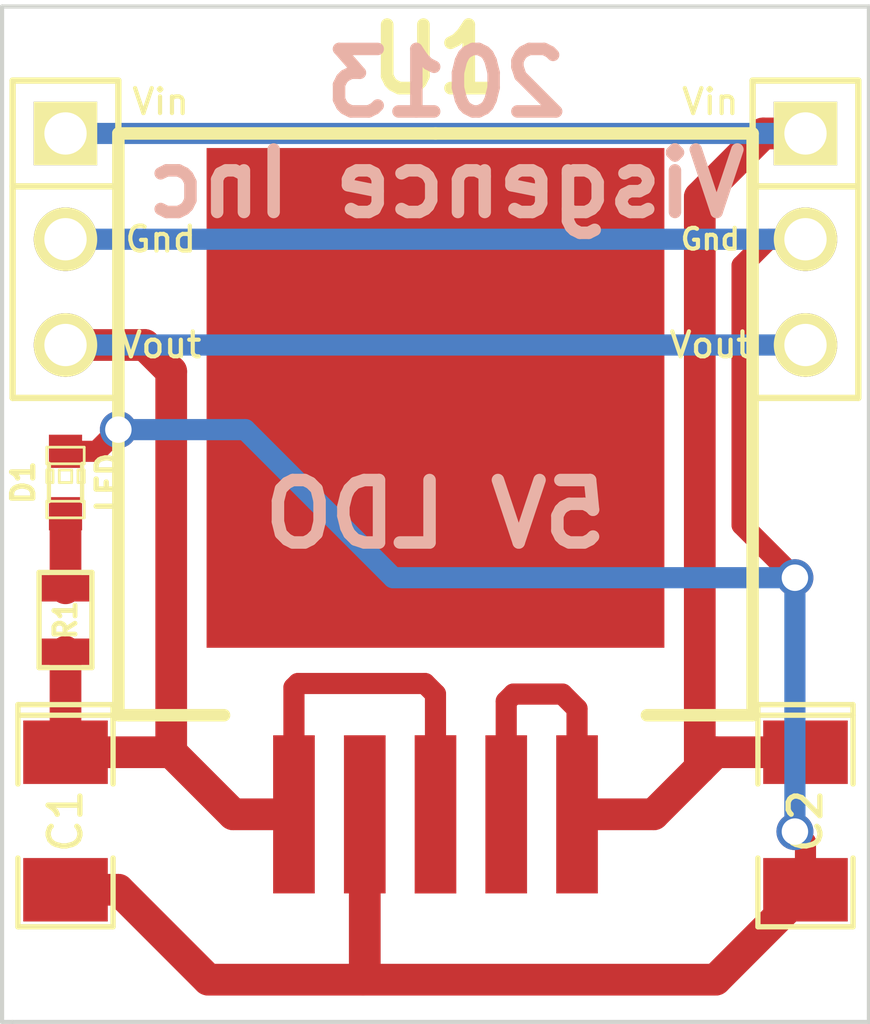
<source format=kicad_pcb>
(kicad_pcb (version 3) (host pcbnew "(2013-07-07 BZR 4022)-stable")

  (general
    (links 15)
    (no_connects 0)
    (area 41.579799 35.4076 63.9572 62.611001)
    (thickness 1.6)
    (drawings 13)
    (tracks 50)
    (zones 0)
    (modules 7)
    (nets 5)
  )

  (page A3)
  (layers
    (15 F.Cu signal)
    (0 B.Cu signal)
    (16 B.Adhes user)
    (17 F.Adhes user)
    (18 B.Paste user)
    (19 F.Paste user)
    (20 B.SilkS user)
    (21 F.SilkS user)
    (22 B.Mask user)
    (23 F.Mask user)
    (24 Dwgs.User user)
    (25 Cmts.User user)
    (26 Eco1.User user)
    (27 Eco2.User user)
    (28 Edge.Cuts user)
  )

  (setup
    (last_trace_width 0.508)
    (trace_clearance 0.254)
    (zone_clearance 0.508)
    (zone_45_only no)
    (trace_min 0.254)
    (segment_width 0.2)
    (edge_width 0.1)
    (via_size 0.889)
    (via_drill 0.635)
    (via_min_size 0.889)
    (via_min_drill 0.508)
    (uvia_size 0.508)
    (uvia_drill 0.127)
    (uvias_allowed no)
    (uvia_min_size 0.508)
    (uvia_min_drill 0.127)
    (pcb_text_width 0.1)
    (pcb_text_size 0.6 0.6)
    (mod_edge_width 0.15)
    (mod_text_size 1 1)
    (mod_text_width 0.15)
    (pad_size 11 12)
    (pad_drill 0)
    (pad_to_mask_clearance -0.0254)
    (aux_axis_origin 0 0)
    (visible_elements 7FFFFFFF)
    (pcbplotparams
      (layerselection 3178497)
      (usegerberextensions true)
      (excludeedgelayer true)
      (linewidth 0.150000)
      (plotframeref false)
      (viasonmask false)
      (mode 1)
      (useauxorigin false)
      (hpglpennumber 1)
      (hpglpenspeed 20)
      (hpglpendiameter 15)
      (hpglpenoverlay 2)
      (psnegative false)
      (psa4output false)
      (plotreference true)
      (plotvalue true)
      (plotothertext true)
      (plotinvisibletext false)
      (padsonsilk false)
      (subtractmaskfromsilk false)
      (outputformat 1)
      (mirror false)
      (drillshape 1)
      (scaleselection 1)
      (outputdirectory ""))
  )

  (net 0 "")
  (net 1 GND)
  (net 2 N-000001)
  (net 3 Vin)
  (net 4 Vout)

  (net_class Default "This is the default net class."
    (clearance 0.254)
    (trace_width 0.508)
    (via_dia 0.889)
    (via_drill 0.635)
    (uvia_dia 0.508)
    (uvia_drill 0.127)
    (add_net "")
    (add_net GND)
    (add_net N-000001)
    (add_net Vin)
    (add_net Vout)
  )

  (module TO-263-5 (layer F.Cu) (tedit 523A0856) (tstamp 5239F95F)
    (at 52.07 45.72)
    (path /5239F563)
    (fp_text reference U1 (at 0 -5.588) (layer F.SilkS)
      (effects (font (size 1.524 1.524) (thickness 0.3048)))
    )
    (fp_text value AP1186K5 (at 0 -9.144) (layer F.SilkS) hide
      (effects (font (size 1.524 1.524) (thickness 0.3048)))
    )
    (fp_line (start 0 -3.81) (end -7.62 -3.81) (layer F.SilkS) (width 0.3))
    (fp_line (start -7.62 -3.81) (end -7.62 10.16) (layer F.SilkS) (width 0.3))
    (fp_line (start -7.62 10.16) (end -5.08 10.16) (layer F.SilkS) (width 0.3))
    (fp_line (start 0 -3.81) (end 7.62 -3.81) (layer F.SilkS) (width 0.3))
    (fp_line (start 7.62 -3.81) (end 7.62 10.16) (layer F.SilkS) (width 0.3))
    (fp_line (start 7.62 10.16) (end 5.08 10.16) (layer F.SilkS) (width 0.3))
    (pad 1 smd rect (at -3.40106 12.53998 90) (size 3.7973 1.00076)
      (layers F.Cu F.Paste F.Mask)
      (net 4 Vout)
    )
    (pad 2 smd rect (at -1.69926 12.53998 90) (size 3.7973 1.00076)
      (layers F.Cu F.Paste F.Mask)
      (net 1 GND)
    )
    (pad 3 smd rect (at 0 12.53998 90) (size 3.79984 1.00076)
      (layers F.Cu F.Paste F.Mask)
      (net 4 Vout)
    )
    (pad 4 smd rect (at 1.69926 12.53998 90) (size 3.7973 1.00076)
      (layers F.Cu F.Paste F.Mask)
      (net 3 Vin)
    )
    (pad 5 smd rect (at 3.40106 12.53998 90) (size 3.7973 1.00076)
      (layers F.Cu F.Paste F.Mask)
      (net 3 Vin)
    )
    (pad 6 smd rect (at 0 2.54 180) (size 11 12)
      (layers F.Cu F.Paste F.Mask)
      (clearance 0.254)
    )
  )

  (module SM1206POL (layer F.Cu) (tedit 42806E4C) (tstamp 5239F96E)
    (at 60.96 58.42 270)
    (path /5239F598)
    (attr smd)
    (fp_text reference C2 (at 0 0 270) (layer F.SilkS)
      (effects (font (size 0.762 0.762) (thickness 0.127)))
    )
    (fp_text value CP1 (at 0 0 270) (layer F.SilkS) hide
      (effects (font (size 0.762 0.762) (thickness 0.127)))
    )
    (fp_line (start -2.54 -1.143) (end -2.794 -1.143) (layer F.SilkS) (width 0.127))
    (fp_line (start -2.794 -1.143) (end -2.794 1.143) (layer F.SilkS) (width 0.127))
    (fp_line (start -2.794 1.143) (end -2.54 1.143) (layer F.SilkS) (width 0.127))
    (fp_line (start -2.54 -1.143) (end -2.54 1.143) (layer F.SilkS) (width 0.127))
    (fp_line (start -2.54 1.143) (end -0.889 1.143) (layer F.SilkS) (width 0.127))
    (fp_line (start 0.889 -1.143) (end 2.54 -1.143) (layer F.SilkS) (width 0.127))
    (fp_line (start 2.54 -1.143) (end 2.54 1.143) (layer F.SilkS) (width 0.127))
    (fp_line (start 2.54 1.143) (end 0.889 1.143) (layer F.SilkS) (width 0.127))
    (fp_line (start -0.889 -1.143) (end -2.54 -1.143) (layer F.SilkS) (width 0.127))
    (pad 1 smd rect (at -1.651 0 270) (size 1.524 2.032)
      (layers F.Cu F.Paste F.Mask)
      (net 3 Vin)
    )
    (pad 2 smd rect (at 1.651 0 270) (size 1.524 2.032)
      (layers F.Cu F.Paste F.Mask)
      (net 1 GND)
    )
    (model smd/chip_cms_pol.wrl
      (at (xyz 0 0 0))
      (scale (xyz 0.17 0.16 0.16))
      (rotate (xyz 0 0 0))
    )
  )

  (module SM1206POL (layer F.Cu) (tedit 42806E4C) (tstamp 5239F97D)
    (at 43.18 58.42 270)
    (path /5239F618)
    (attr smd)
    (fp_text reference C1 (at 0 0 270) (layer F.SilkS)
      (effects (font (size 0.762 0.762) (thickness 0.127)))
    )
    (fp_text value CP1 (at 0 0 270) (layer F.SilkS) hide
      (effects (font (size 0.762 0.762) (thickness 0.127)))
    )
    (fp_line (start -2.54 -1.143) (end -2.794 -1.143) (layer F.SilkS) (width 0.127))
    (fp_line (start -2.794 -1.143) (end -2.794 1.143) (layer F.SilkS) (width 0.127))
    (fp_line (start -2.794 1.143) (end -2.54 1.143) (layer F.SilkS) (width 0.127))
    (fp_line (start -2.54 -1.143) (end -2.54 1.143) (layer F.SilkS) (width 0.127))
    (fp_line (start -2.54 1.143) (end -0.889 1.143) (layer F.SilkS) (width 0.127))
    (fp_line (start 0.889 -1.143) (end 2.54 -1.143) (layer F.SilkS) (width 0.127))
    (fp_line (start 2.54 -1.143) (end 2.54 1.143) (layer F.SilkS) (width 0.127))
    (fp_line (start 2.54 1.143) (end 0.889 1.143) (layer F.SilkS) (width 0.127))
    (fp_line (start -0.889 -1.143) (end -2.54 -1.143) (layer F.SilkS) (width 0.127))
    (pad 1 smd rect (at -1.651 0 270) (size 1.524 2.032)
      (layers F.Cu F.Paste F.Mask)
      (net 4 Vout)
    )
    (pad 2 smd rect (at 1.651 0 270) (size 1.524 2.032)
      (layers F.Cu F.Paste F.Mask)
      (net 1 GND)
    )
    (model smd/chip_cms_pol.wrl
      (at (xyz 0 0 0))
      (scale (xyz 0.17 0.16 0.16))
      (rotate (xyz 0 0 0))
    )
  )

  (module SM0603 (layer F.Cu) (tedit 4E43A3D1) (tstamp 5239F987)
    (at 43.18 53.594 90)
    (path /5239F674)
    (attr smd)
    (fp_text reference R1 (at 0 0 90) (layer F.SilkS)
      (effects (font (size 0.508 0.4572) (thickness 0.1143)))
    )
    (fp_text value R (at 0 0 90) (layer F.SilkS) hide
      (effects (font (size 0.508 0.4572) (thickness 0.1143)))
    )
    (fp_line (start -1.143 -0.635) (end 1.143 -0.635) (layer F.SilkS) (width 0.127))
    (fp_line (start 1.143 -0.635) (end 1.143 0.635) (layer F.SilkS) (width 0.127))
    (fp_line (start 1.143 0.635) (end -1.143 0.635) (layer F.SilkS) (width 0.127))
    (fp_line (start -1.143 0.635) (end -1.143 -0.635) (layer F.SilkS) (width 0.127))
    (pad 1 smd rect (at -0.762 0 90) (size 0.635 1.143)
      (layers F.Cu F.Paste F.Mask)
      (net 4 Vout)
    )
    (pad 2 smd rect (at 0.762 0 90) (size 0.635 1.143)
      (layers F.Cu F.Paste F.Mask)
      (net 2 N-000001)
    )
    (model smd\resistors\R0603.wrl
      (at (xyz 0 0 0.001))
      (scale (xyz 0.5 0.5 0.5))
      (rotate (xyz 0 0 0))
    )
  )

  (module PIN_ARRAY_3X1 (layer F.Cu) (tedit 523A0B8D) (tstamp 5239F993)
    (at 43.18 44.45 270)
    (descr "Connecteur 3 pins")
    (tags "CONN DEV")
    (path /5239F76F)
    (fp_text reference K1 (at 5.588 -2.54 270) (layer F.SilkS) hide
      (effects (font (size 1.016 1.016) (thickness 0.1524)))
    )
    (fp_text value CONN_3 (at 0 -2.159 270) (layer F.SilkS) hide
      (effects (font (size 1.016 1.016) (thickness 0.1524)))
    )
    (fp_line (start -3.81 1.27) (end -3.81 -1.27) (layer F.SilkS) (width 0.1524))
    (fp_line (start -3.81 -1.27) (end 3.81 -1.27) (layer F.SilkS) (width 0.1524))
    (fp_line (start 3.81 -1.27) (end 3.81 1.27) (layer F.SilkS) (width 0.1524))
    (fp_line (start 3.81 1.27) (end -3.81 1.27) (layer F.SilkS) (width 0.1524))
    (fp_line (start -1.27 -1.27) (end -1.27 1.27) (layer F.SilkS) (width 0.1524))
    (pad 1 thru_hole rect (at -2.54 0 270) (size 1.524 1.524) (drill 1.016)
      (layers *.Cu *.Mask F.SilkS)
      (net 3 Vin)
    )
    (pad 2 thru_hole circle (at 0 0 270) (size 1.524 1.524) (drill 1.016)
      (layers *.Cu *.Mask F.SilkS)
      (net 1 GND)
    )
    (pad 3 thru_hole circle (at 2.54 0 270) (size 1.524 1.524) (drill 1.016)
      (layers *.Cu *.Mask F.SilkS)
      (net 4 Vout)
    )
    (model pin_array/pins_array_3x1.wrl
      (at (xyz 0 0 0))
      (scale (xyz 1 1 1))
      (rotate (xyz 0 0 0))
    )
  )

  (module PIN_ARRAY_3X1 (layer F.Cu) (tedit 523A0B91) (tstamp 5239F99F)
    (at 60.96 44.45 270)
    (descr "Connecteur 3 pins")
    (tags "CONN DEV")
    (path /5239F77E)
    (fp_text reference K2 (at 4.826 0 270) (layer F.SilkS) hide
      (effects (font (size 1.016 1.016) (thickness 0.1524)))
    )
    (fp_text value CONN_3 (at 0 -2.159 270) (layer F.SilkS) hide
      (effects (font (size 1.016 1.016) (thickness 0.1524)))
    )
    (fp_line (start -3.81 1.27) (end -3.81 -1.27) (layer F.SilkS) (width 0.1524))
    (fp_line (start -3.81 -1.27) (end 3.81 -1.27) (layer F.SilkS) (width 0.1524))
    (fp_line (start 3.81 -1.27) (end 3.81 1.27) (layer F.SilkS) (width 0.1524))
    (fp_line (start 3.81 1.27) (end -3.81 1.27) (layer F.SilkS) (width 0.1524))
    (fp_line (start -1.27 -1.27) (end -1.27 1.27) (layer F.SilkS) (width 0.1524))
    (pad 1 thru_hole rect (at -2.54 0 270) (size 1.524 1.524) (drill 1.016)
      (layers *.Cu *.Mask F.SilkS)
      (net 3 Vin)
    )
    (pad 2 thru_hole circle (at 0 0 270) (size 1.524 1.524) (drill 1.016)
      (layers *.Cu *.Mask F.SilkS)
      (net 1 GND)
    )
    (pad 3 thru_hole circle (at 2.54 0 270) (size 1.524 1.524) (drill 1.016)
      (layers *.Cu *.Mask F.SilkS)
      (net 4 Vout)
    )
    (model pin_array/pins_array_3x1.wrl
      (at (xyz 0 0 0))
      (scale (xyz 1 1 1))
      (rotate (xyz 0 0 0))
    )
  )

  (module LED-0603 (layer F.Cu) (tedit 4E16AFB4) (tstamp 5239F9BB)
    (at 43.18 50.292 90)
    (descr "LED 0603 smd package")
    (tags "LED led 0603 SMD smd SMT smt smdled SMDLED smtled SMTLED")
    (path /5239F6D2)
    (attr smd)
    (fp_text reference D1 (at 0 -1.016 90) (layer F.SilkS)
      (effects (font (size 0.508 0.508) (thickness 0.127)))
    )
    (fp_text value LED (at 0 1.016 90) (layer F.SilkS)
      (effects (font (size 0.508 0.508) (thickness 0.127)))
    )
    (fp_line (start 0.44958 -0.44958) (end 0.44958 0.44958) (layer F.SilkS) (width 0.06604))
    (fp_line (start 0.44958 0.44958) (end 0.84836 0.44958) (layer F.SilkS) (width 0.06604))
    (fp_line (start 0.84836 -0.44958) (end 0.84836 0.44958) (layer F.SilkS) (width 0.06604))
    (fp_line (start 0.44958 -0.44958) (end 0.84836 -0.44958) (layer F.SilkS) (width 0.06604))
    (fp_line (start -0.84836 -0.44958) (end -0.84836 0.44958) (layer F.SilkS) (width 0.06604))
    (fp_line (start -0.84836 0.44958) (end -0.44958 0.44958) (layer F.SilkS) (width 0.06604))
    (fp_line (start -0.44958 -0.44958) (end -0.44958 0.44958) (layer F.SilkS) (width 0.06604))
    (fp_line (start -0.84836 -0.44958) (end -0.44958 -0.44958) (layer F.SilkS) (width 0.06604))
    (fp_line (start 0 -0.44958) (end 0 -0.29972) (layer F.SilkS) (width 0.06604))
    (fp_line (start 0 -0.29972) (end 0.29972 -0.29972) (layer F.SilkS) (width 0.06604))
    (fp_line (start 0.29972 -0.44958) (end 0.29972 -0.29972) (layer F.SilkS) (width 0.06604))
    (fp_line (start 0 -0.44958) (end 0.29972 -0.44958) (layer F.SilkS) (width 0.06604))
    (fp_line (start 0 0.29972) (end 0 0.44958) (layer F.SilkS) (width 0.06604))
    (fp_line (start 0 0.44958) (end 0.29972 0.44958) (layer F.SilkS) (width 0.06604))
    (fp_line (start 0.29972 0.29972) (end 0.29972 0.44958) (layer F.SilkS) (width 0.06604))
    (fp_line (start 0 0.29972) (end 0.29972 0.29972) (layer F.SilkS) (width 0.06604))
    (fp_line (start 0 -0.14986) (end 0 0.14986) (layer F.SilkS) (width 0.06604))
    (fp_line (start 0 0.14986) (end 0.29972 0.14986) (layer F.SilkS) (width 0.06604))
    (fp_line (start 0.29972 -0.14986) (end 0.29972 0.14986) (layer F.SilkS) (width 0.06604))
    (fp_line (start 0 -0.14986) (end 0.29972 -0.14986) (layer F.SilkS) (width 0.06604))
    (fp_line (start 0.44958 -0.39878) (end -0.44958 -0.39878) (layer F.SilkS) (width 0.1016))
    (fp_line (start 0.44958 0.39878) (end -0.44958 0.39878) (layer F.SilkS) (width 0.1016))
    (pad 1 smd rect (at -0.7493 0 90) (size 0.79756 0.79756)
      (layers F.Cu F.Paste F.Mask)
      (net 2 N-000001)
    )
    (pad 2 smd rect (at 0.7493 0 90) (size 0.79756 0.79756)
      (layers F.Cu F.Paste F.Mask)
      (net 1 GND)
    )
  )

  (gr_line (start 41.656 63.246) (end 41.656 38.862) (angle 90) (layer Edge.Cuts) (width 0.1))
  (gr_line (start 41.91 63.246) (end 41.656 63.246) (angle 90) (layer Edge.Cuts) (width 0.1))
  (gr_line (start 62.484 63.246) (end 41.91 63.246) (angle 90) (layer Edge.Cuts) (width 0.1))
  (gr_line (start 62.484 38.862) (end 62.484 63.246) (angle 90) (layer Edge.Cuts) (width 0.1))
  (gr_line (start 41.656 38.862) (end 62.484 38.862) (angle 90) (layer Edge.Cuts) (width 0.1))
  (gr_text Vout (at 45.466 46.99) (layer F.SilkS)
    (effects (font (size 0.6 0.6) (thickness 0.1)))
  )
  (gr_text Gnd (at 45.466 44.45) (layer F.SilkS)
    (effects (font (size 0.6 0.6) (thickness 0.1)))
  )
  (gr_text Vin (at 45.466 41.148) (layer F.SilkS)
    (effects (font (size 0.6 0.6) (thickness 0.1)))
  )
  (gr_text Vout (at 58.674 46.99) (layer F.SilkS)
    (effects (font (size 0.6 0.6) (thickness 0.1)))
  )
  (gr_text Gnd (at 58.674 44.45) (layer F.SilkS)
    (effects (font (size 0.5 0.5) (thickness 0.1)))
  )
  (gr_text Vin (at 58.674 41.148) (layer F.SilkS)
    (effects (font (size 0.6 0.6) (thickness 0.1)))
  )
  (gr_text "5V LDO" (at 52.07 51.054) (layer B.SilkS)
    (effects (font (size 1.5 1.5) (thickness 0.3)) (justify mirror))
  )
  (gr_text "2013\nVisgence Inc" (at 52.324 41.91) (layer B.SilkS)
    (effects (font (size 1.5 1.5) (thickness 0.3)) (justify mirror))
  )

  (segment (start 60.706 52.578) (end 51.054 52.578) (width 0.508) (layer B.Cu) (net 1))
  (segment (start 43.9293 49.5427) (end 43.18 49.5427) (width 0.508) (layer F.Cu) (net 1) (tstamp 523A0E1F))
  (segment (start 44.45 49.022) (end 43.9293 49.5427) (width 0.508) (layer F.Cu) (net 1) (tstamp 523A0E1E))
  (via (at 44.45 49.022) (size 0.889) (layers F.Cu B.Cu) (net 1))
  (segment (start 47.498 49.022) (end 44.45 49.022) (width 0.508) (layer B.Cu) (net 1) (tstamp 523A0E1B))
  (segment (start 51.054 52.578) (end 47.498 49.022) (width 0.508) (layer B.Cu) (net 1) (tstamp 523A0E19))
  (segment (start 43.18 44.45) (end 60.96 44.45) (width 0.508) (layer B.Cu) (net 1))
  (segment (start 60.96 44.45) (end 60.071002 44.45) (width 0.508) (layer F.Cu) (net 1))
  (segment (start 60.96 58.928) (end 60.96 60.071) (width 0.508) (layer F.Cu) (net 1) (tstamp 523A0E0C))
  (segment (start 60.706 58.674) (end 60.96 58.928) (width 0.508) (layer F.Cu) (net 1) (tstamp 523A0E0B))
  (via (at 60.706 58.674) (size 0.889) (layers F.Cu B.Cu) (net 1))
  (segment (start 60.706 52.578) (end 60.706 58.674) (width 0.508) (layer B.Cu) (net 1) (tstamp 523A0E08))
  (via (at 60.706 52.578) (size 0.889) (layers F.Cu B.Cu) (net 1))
  (segment (start 59.436 51.308) (end 60.706 52.578) (width 0.508) (layer F.Cu) (net 1) (tstamp 523A0E06))
  (segment (start 59.436 45.085002) (end 59.436 51.308) (width 0.508) (layer F.Cu) (net 1) (tstamp 523A0E03))
  (segment (start 60.071002 44.45) (end 59.436 45.085002) (width 0.508) (layer F.Cu) (net 1) (tstamp 523A0E02))
  (segment (start 50.37074 58.25998) (end 50.37074 62.23) (width 0.762) (layer F.Cu) (net 1))
  (segment (start 50.37074 62.23) (end 50.292 62.23) (width 0.762) (layer F.Cu) (net 1) (tstamp 523A0D86))
  (segment (start 43.18 60.071) (end 44.45 60.071) (width 0.762) (layer F.Cu) (net 1))
  (segment (start 58.801 62.23) (end 60.96 60.071) (width 0.762) (layer F.Cu) (net 1) (tstamp 523A0D83))
  (segment (start 46.609 62.23) (end 50.292 62.23) (width 0.762) (layer F.Cu) (net 1) (tstamp 523A0D82))
  (segment (start 50.292 62.23) (end 58.801 62.23) (width 0.762) (layer F.Cu) (net 1) (tstamp 523A0D89))
  (segment (start 44.45 60.071) (end 46.609 62.23) (width 0.762) (layer F.Cu) (net 1) (tstamp 523A0D81))
  (segment (start 43.18 52.832) (end 43.18 51.0413) (width 0.762) (layer F.Cu) (net 2))
  (segment (start 53.76926 58.25998) (end 53.76926 55.54726) (width 0.508) (layer F.Cu) (net 3))
  (segment (start 55.47106 55.72506) (end 55.47106 58.25998) (width 0.508) (layer F.Cu) (net 3) (tstamp 523E09AF))
  (segment (start 55.118 55.372) (end 55.47106 55.72506) (width 0.508) (layer F.Cu) (net 3) (tstamp 523E09AD))
  (segment (start 53.94452 55.372) (end 55.118 55.372) (width 0.508) (layer F.Cu) (net 3) (tstamp 523E09AC))
  (segment (start 53.76926 55.54726) (end 53.94452 55.372) (width 0.508) (layer F.Cu) (net 3) (tstamp 523E09AA))
  (segment (start 43.18 41.91) (end 60.96 41.91) (width 0.508) (layer B.Cu) (net 3))
  (segment (start 60.96 41.91) (end 59.944 41.91) (width 0.762) (layer F.Cu) (net 3))
  (segment (start 58.42 43.434) (end 58.42 57.15) (width 0.762) (layer F.Cu) (net 3) (tstamp 523A0DFA))
  (segment (start 59.944 41.91) (end 58.42 43.434) (width 0.762) (layer F.Cu) (net 3) (tstamp 523A0DF9))
  (segment (start 55.47106 58.25998) (end 57.31002 58.25998) (width 0.762) (layer F.Cu) (net 3))
  (segment (start 58.801 56.769) (end 60.96 56.769) (width 0.762) (layer F.Cu) (net 3) (tstamp 523A0D7E))
  (segment (start 57.31002 58.25998) (end 58.42 57.15) (width 0.762) (layer F.Cu) (net 3) (tstamp 523A0D7D))
  (segment (start 58.42 57.15) (end 58.801 56.769) (width 0.762) (layer F.Cu) (net 3) (tstamp 523A0DFD))
  (segment (start 48.66894 58.25998) (end 48.66894 55.21706) (width 0.508) (layer F.Cu) (net 4))
  (segment (start 52.07 55.372) (end 52.07 58.25998) (width 0.508) (layer F.Cu) (net 4) (tstamp 523A0E29))
  (segment (start 51.816 55.118) (end 52.07 55.372) (width 0.508) (layer F.Cu) (net 4) (tstamp 523A0E28))
  (segment (start 48.768 55.118) (end 51.816 55.118) (width 0.508) (layer F.Cu) (net 4) (tstamp 523A0E27))
  (segment (start 48.66894 55.21706) (end 48.768 55.118) (width 0.508) (layer F.Cu) (net 4) (tstamp 523A0E26))
  (segment (start 43.18 46.99) (end 60.96 46.99) (width 0.508) (layer B.Cu) (net 4))
  (segment (start 43.18 46.99) (end 45.085 46.99) (width 0.762) (layer F.Cu) (net 4))
  (segment (start 45.72 47.625) (end 45.72 56.769) (width 0.762) (layer F.Cu) (net 4) (tstamp 523A0DE9))
  (segment (start 45.085 46.99) (end 45.72 47.625) (width 0.762) (layer F.Cu) (net 4) (tstamp 523A0DE8))
  (segment (start 48.66894 58.25998) (end 47.21098 58.25998) (width 0.762) (layer F.Cu) (net 4))
  (segment (start 45.72 56.769) (end 43.18 56.769) (width 0.762) (layer F.Cu) (net 4) (tstamp 523A0D7A))
  (segment (start 47.21098 58.25998) (end 45.72 56.769) (width 0.762) (layer F.Cu) (net 4) (tstamp 523A0D79))
  (segment (start 43.18 56.769) (end 43.18 54.356) (width 0.762) (layer F.Cu) (net 4))

)

</source>
